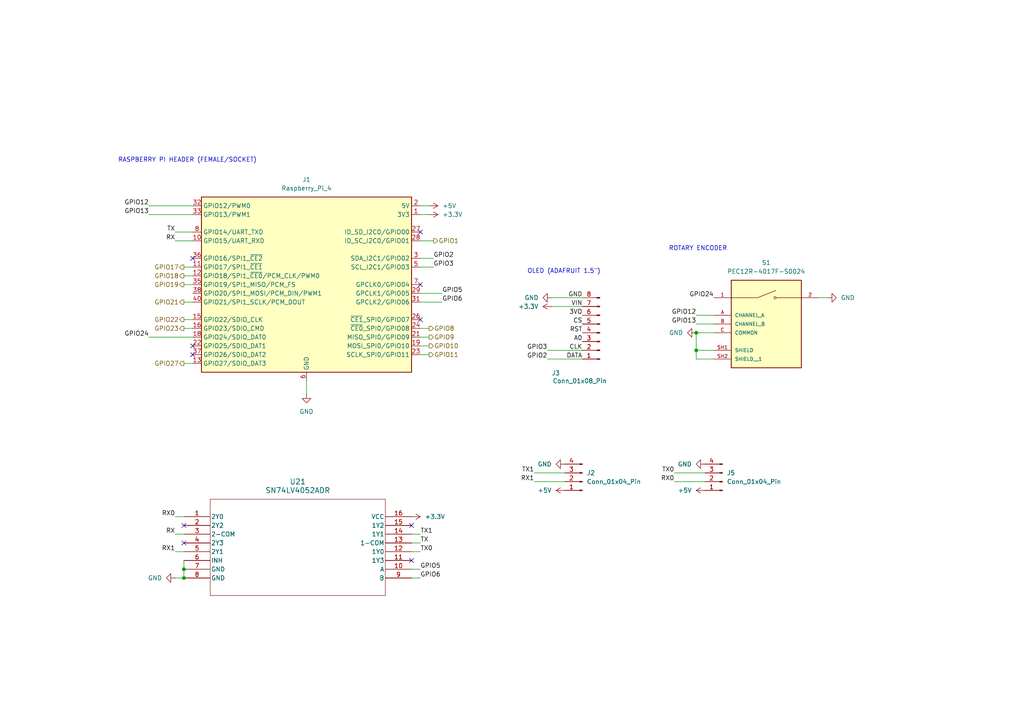
<source format=kicad_sch>
(kicad_sch (version 20250114) (generator "eeschema") (generator_version "9.0")
  (paper "A4")
  (lib_symbols
    (symbol "Connector:Conn_01x04_Pin" (pin_names (offset 1.016) (hide yes))
      (property "Reference" "J" (at 0 5.08 0))
      (property "Value" "Conn_01x04_Pin" (at 0 -7.62 0))
      (symbol "Conn_01x04_Pin_1_1"
        (rectangle (start 0.8636 2.667) (end 0 2.413) (stroke (width 0.1524)) (fill (type outline)))
        (rectangle (start 0.8636 0.127) (end 0 -0.127) (stroke (width 0.1524)) (fill (type outline)))
        (rectangle (start 0.8636 -2.413) (end 0 -2.667) (stroke (width 0.1524)) (fill (type outline)))
        (rectangle (start 0.8636 -4.953) (end 0 -5.207) (stroke (width 0.1524)) (fill (type outline)))
        (polyline (pts (xy 1.27 2.54) (xy 0.8636 2.54)) (stroke (width 0.1524)))
        (polyline (pts (xy 1.27 0) (xy 0.8636 0)) (stroke (width 0.1524)))
        (polyline (pts (xy 1.27 -2.54) (xy 0.8636 -2.54)) (stroke (width 0.1524)))
        (polyline (pts (xy 1.27 -5.08) (xy 0.8636 -5.08)) (stroke (width 0.1524)))
        (pin passive line (at 5.08 2.54 180) (length 3.81) (name "Pin_1") (number "1"))
        (pin passive line (at 5.08 0 180) (length 3.81) (name "Pin_2") (number "2"))
        (pin passive line (at 5.08 -2.54 180) (length 3.81) (name "Pin_3") (number "3"))
        (pin passive line (at 5.08 -5.08 180) (length 3.81) (name "Pin_4") (number "4"))
      )
    )
    (symbol "Connector:Conn_01x08_Pin" (pin_names (offset 1.016) (hide yes))
      (property "Reference" "J" (at 0 10.16 0))
      (property "Value" "Conn_01x08_Pin" (at 0 -12.7 0))
      (symbol "Conn_01x08_Pin_1_1"
        (rectangle (start 0.8636 7.747) (end 0 7.493) (stroke (width 0.1524)) (fill (type outline)))
        (rectangle (start 0.8636 5.207) (end 0 4.953) (stroke (width 0.1524)) (fill (type outline)))
        (rectangle (start 0.8636 2.667) (end 0 2.413) (stroke (width 0.1524)) (fill (type outline)))
        (rectangle (start 0.8636 0.127) (end 0 -0.127) (stroke (width 0.1524)) (fill (type outline)))
        (rectangle (start 0.8636 -2.413) (end 0 -2.667) (stroke (width 0.1524)) (fill (type outline)))
        (rectangle (start 0.8636 -4.953) (end 0 -5.207) (stroke (width 0.1524)) (fill (type outline)))
        (rectangle (start 0.8636 -7.493) (end 0 -7.747) (stroke (width 0.1524)) (fill (type outline)))
        (rectangle (start 0.8636 -10.033) (end 0 -10.287) (stroke (width 0.1524)) (fill (type outline)))
        (polyline (pts (xy 1.27 7.62) (xy 0.8636 7.62)) (stroke (width 0.1524)))
        (polyline (pts (xy 1.27 5.08) (xy 0.8636 5.08)) (stroke (width 0.1524)))
        (polyline (pts (xy 1.27 2.54) (xy 0.8636 2.54)) (stroke (width 0.1524)))
        (polyline (pts (xy 1.27 0) (xy 0.8636 0)) (stroke (width 0.1524)))
        (polyline (pts (xy 1.27 -2.54) (xy 0.8636 -2.54)) (stroke (width 0.1524)))
        (polyline (pts (xy 1.27 -5.08) (xy 0.8636 -5.08)) (stroke (width 0.1524)))
        (polyline (pts (xy 1.27 -7.62) (xy 0.8636 -7.62)) (stroke (width 0.1524)))
        (polyline (pts (xy 1.27 -10.16) (xy 0.8636 -10.16)) (stroke (width 0.1524)))
        (pin passive line (at 5.08 7.62 180) (length 3.81) (name "Pin_1") (number "1"))
        (pin passive line (at 5.08 5.08 180) (length 3.81) (name "Pin_2") (number "2"))
        (pin passive line (at 5.08 2.54 180) (length 3.81) (name "Pin_3") (number "3"))
        (pin passive line (at 5.08 0 180) (length 3.81) (name "Pin_4") (number "4"))
        (pin passive line (at 5.08 -2.54 180) (length 3.81) (name "Pin_5") (number "5"))
        (pin passive line (at 5.08 -5.08 180) (length 3.81) (name "Pin_6") (number "6"))
        (pin passive line (at 5.08 -7.62 180) (length 3.81) (name "Pin_7") (number "7"))
        (pin passive line (at 5.08 -10.16 180) (length 3.81) (name "Pin_8") (number "8"))
      )
    )
    (symbol "Connector:Raspberry_Pi_4"
      (property "Reference" "J" (at -17.526 48.768 0))
      (property "Value" "Raspberry_Pi_4" (at 15.748 -26.416 0))
      (symbol "Raspberry_Pi_4_0_1"
        (rectangle (start -30.48 25.4) (end 30.48 -25.4) (stroke (width 0.254)) (fill (type background)))
      )
      (symbol "Raspberry_Pi_4_1_1"
        (pin bidirectional line (at -33.02 22.86 0) (length 2.54) (name "GPIO12/PWM0") (number "32"))
        (pin bidirectional line (at -33.02 20.32 0) (length 2.54) (name "GPIO13/PWM1") (number "33"))
        (pin bidirectional line (at -33.02 15.24 0) (length 2.54) (name "GPIO14/UART_TXD") (number "8"))
        (pin bidirectional line (at -33.02 12.7 0) (length 2.54) (name "GPIO15/UART_RXD") (number "10"))
        (pin bidirectional line (at -33.02 7.62 0) (length 2.54) (name "GPIO16/SPI1_~{CE2}") (number "36"))
        (pin bidirectional line (at -33.02 5.08 0) (length 2.54) (name "GPIO17/SPI1_~{CE1}") (number "11"))
        (pin bidirectional line (at -33.02 2.54 0) (length 2.54) (name "GPIO18/SPI1_~{CE0}/PCM_CLK/PWM0") (number "12"))
        (pin bidirectional line (at -33.02 0 0) (length 2.54) (name "GPIO19/SPI1_MISO/PCM_FS") (number "35"))
        (pin bidirectional line (at -33.02 -2.54 0) (length 2.54) (name "GPIO20/SPI1_MOSI/PCM_DIN/PWM1") (number "38"))
        (pin bidirectional line (at -33.02 -5.08 0) (length 2.54) (name "GPIO21/SPI1_SCLK/PCM_DOUT") (number "40"))
        (pin bidirectional line (at -33.02 -10.16 0) (length 2.54) (name "GPIO22/SDIO_CLK") (number "15"))
        (pin bidirectional line (at -33.02 -12.7 0) (length 2.54) (name "GPIO23/SDIO_CMD") (number "16"))
        (pin bidirectional line (at -33.02 -15.24 0) (length 2.54) (name "GPIO24/SDIO_DAT0") (number "18"))
        (pin bidirectional line (at -33.02 -17.78 0) (length 2.54) (name "GPIO25/SDIO_DAT1") (number "22"))
        (pin bidirectional line (at -33.02 -20.32 0) (length 2.54) (name "GPIO26/SDIO_DAT2") (number "37"))
        (pin bidirectional line (at -33.02 -22.86 0) (length 2.54) (name "GPIO27/SDIO_DAT3") (number "13"))
        (pin passive line (at 0 -27.94 90) (length 2.54) (hide yes) (name "GND") (number "14"))
        (pin passive line (at 0 -27.94 90) (length 2.54) (hide yes) (name "GND") (number "20"))
        (pin passive line (at 0 -27.94 90) (length 2.54) (hide yes) (name "GND") (number "25"))
        (pin passive line (at 0 -27.94 90) (length 2.54) (hide yes) (name "GND") (number "30"))
        (pin passive line (at 0 -27.94 90) (length 2.54) (hide yes) (name "GND") (number "34"))
        (pin passive line (at 0 -27.94 90) (length 2.54) (hide yes) (name "GND") (number "39"))
        (pin power_out line (at 0 -27.94 90) (length 2.54) (name "GND") (number "6"))
        (pin passive line (at 0 -27.94 90) (length 2.54) (hide yes) (name "GND") (number "9"))
        (pin power_out line (at 33.02 22.86 180) (length 2.54) (name "5V") (number "2"))
        (pin passive line (at 33.02 22.86 180) (length 2.54) (hide yes) (name "5V") (number "4"))
        (pin power_out line (at 33.02 20.32 180) (length 2.54) (name "3V3") (number "1"))
        (pin passive line (at 33.02 20.32 180) (length 2.54) (hide yes) (name "3V3") (number "17"))
        (pin bidirectional line (at 33.02 15.24 180) (length 2.54) (name "ID_SD_I2C0/GPIO00") (number "27"))
        (pin bidirectional line (at 33.02 12.7 180) (length 2.54) (name "ID_SC_I2C0/GPIO01") (number "28"))
        (pin bidirectional line (at 33.02 7.62 180) (length 2.54) (name "SDA_I2C1/GPIO02") (number "3"))
        (pin bidirectional line (at 33.02 5.08 180) (length 2.54) (name "SCL_I2C1/GPIO03") (number "5"))
        (pin bidirectional line (at 33.02 0 180) (length 2.54) (name "GPCLK0/GPIO04") (number "7"))
        (pin bidirectional line (at 33.02 -2.54 180) (length 2.54) (name "GPCLK1/GPIO05") (number "29"))
        (pin bidirectional line (at 33.02 -5.08 180) (length 2.54) (name "GPCLK2/GPIO06") (number "31"))
        (pin bidirectional line (at 33.02 -10.16 180) (length 2.54) (name "~{CE1}_SPI0/GPIO07") (number "26"))
        (pin bidirectional line (at 33.02 -12.7 180) (length 2.54) (name "~{CE0}_SPI0/GPIO08") (number "24"))
        (pin bidirectional line (at 33.02 -15.24 180) (length 2.54) (name "MISO_SPI0/GPIO09") (number "21"))
        (pin bidirectional line (at 33.02 -17.78 180) (length 2.54) (name "MOSI_SPI0/GPIO10") (number "19"))
        (pin bidirectional line (at 33.02 -20.32 180) (length 2.54) (name "SCLK_SPI0/GPIO11") (number "23"))
      )
    )
    (symbol "PEC12R-4017F-S0024:PEC12R-4017F-S0024" (pin_names (offset 1.016))
      (property "Reference" "S" (at -10.16 10.795 0))
      (property "Value" "PEC12R-4017F-S0024" (at -10.16 -17.78 0))
      (symbol "PEC12R-4017F-S0024_0_0"
        (rectangle (start -10.16 -15.24) (end 10.16 10.16) (stroke (width 0.254)) (fill (type background)))
        (polyline (pts (xy -2.54 5.08) (xy -10.16 5.08)) (stroke (width 0.1524)))
        (polyline (pts (xy -2.54 5.08) (xy 2.794 7.2136)) (stroke (width 0.1524)))
        (circle (center 2.54 5.08) (radius 0.3302) (stroke (width 0.1524)))
        (polyline (pts (xy 10.16 5.08) (xy 2.921 5.08)) (stroke (width 0.1524)))
        (pin passive line (at -15.24 5.08 0) (length 5.08) (name "~") (number "1"))
        (pin passive line (at -15.24 0 0) (length 5.08) (name "CHANNEL_A") (number "A"))
        (pin passive line (at -15.24 -2.54 0) (length 5.08) (name "CHANNEL_B") (number "B"))
        (pin passive line (at -15.24 -5.08 0) (length 5.08) (name "COMMON") (number "C"))
        (pin passive line (at -15.24 -10.16 0) (length 5.08) (name "SHIELD") (number "SH1"))
        (pin passive line (at -15.24 -12.7 0) (length 5.08) (name "SHIELD__1") (number "SH2"))
        (pin passive line (at 15.24 5.08 180) (length 5.08) (name "~") (number "2"))
      )
    )
    (symbol "SN74LV4052ADR:SN74LV4052ADR" (pin_names (offset 0.254))
      (property "Reference" "U" (at 33.02 10.16 0))
      (property "Value" "SN74LV4052ADR" (at 33.02 7.62 0))
      (symbol "SN74LV4052ADR_0_1"
        (polyline (pts (xy 7.62 5.08) (xy 7.62 -22.86)) (stroke (width 0.127)))
        (polyline (pts (xy 7.62 -22.86) (xy 58.42 -22.86)) (stroke (width 0.127)))
        (polyline (pts (xy 58.42 5.08) (xy 7.62 5.08)) (stroke (width 0.127)))
        (polyline (pts (xy 58.42 -22.86) (xy 58.42 5.08)) (stroke (width 0.127)))
        (pin output line (at 0 0 0) (length 7.62) (name "2Y0") (number "1"))
        (pin output line (at 0 -2.54 0) (length 7.62) (name "2Y2") (number "2"))
        (pin input line (at 0 -5.08 0) (length 7.62) (name "2-COM") (number "3"))
        (pin output line (at 0 -7.62 0) (length 7.62) (name "2Y3") (number "4"))
        (pin output line (at 0 -10.16 0) (length 7.62) (name "2Y1") (number "5"))
        (pin input line (at 0 -12.7 0) (length 7.62) (name "INH") (number "6"))
        (pin power_in line (at 0 -15.24 0) (length 7.62) (name "GND") (number "7"))
        (pin power_in line (at 0 -17.78 0) (length 7.62) (name "GND") (number "8"))
        (pin power_in line (at 66.04 0 180) (length 7.62) (name "VCC") (number "16"))
        (pin output line (at 66.04 -2.54 180) (length 7.62) (name "1Y2") (number "15"))
        (pin output line (at 66.04 -5.08 180) (length 7.62) (name "1Y1") (number "14"))
        (pin input line (at 66.04 -7.62 180) (length 7.62) (name "1-COM") (number "13"))
        (pin output line (at 66.04 -10.16 180) (length 7.62) (name "1Y0") (number "12"))
        (pin output line (at 66.04 -12.7 180) (length 7.62) (name "1Y3") (number "11"))
        (pin input line (at 66.04 -15.24 180) (length 7.62) (name "A") (number "10"))
        (pin input line (at 66.04 -17.78 180) (length 7.62) (name "B") (number "9"))
      )
    )
    (symbol "power:+3.3V" (power) (pin_numbers (hide yes)) (pin_names (offset 0) (hide yes))
      (property "Value" "+3.3V" (at 0 3.556 0))
      (symbol "+3.3V_0_1"
        (polyline (pts (xy -0.762 1.27) (xy 0 2.54)))
        (polyline (pts (xy 0 2.54) (xy 0.762 1.27)))
        (polyline (pts (xy 0 0) (xy 0 2.54)))
      )
      (symbol "+3.3V_1_1"
        (pin power_in line (at 0 0 90) (length 0) (name "~") (number "1"))
      )
    )
    (symbol "power:+5V" (power) (pin_numbers (hide yes)) (pin_names (offset 0) (hide yes))
      (property "Value" "+5V" (at 0 3.556 0))
      (symbol "+5V_0_1"
        (polyline (pts (xy -0.762 1.27) (xy 0 2.54)))
        (polyline (pts (xy 0 2.54) (xy 0.762 1.27)))
        (polyline (pts (xy 0 0) (xy 0 2.54)))
      )
      (symbol "+5V_1_1"
        (pin power_in line (at 0 0 90) (length 0) (name "~") (number "1"))
      )
    )
    (symbol "power:GND" (power) (pin_numbers (hide yes)) (pin_names (offset 0) (hide yes))
      (property "Value" "GND" (at 0 -3.81 0))
      (symbol "GND_0_1"
        (polyline (pts (xy 0 0) (xy 0 -1.27) (xy 1.27 -1.27) (xy 0 -2.54) (xy -1.27 -1.27) (xy 0 -1.27)))
      )
      (symbol "GND_1_1"
        (pin power_in line (at 0 0 270) (length 0) (name "~") (number "1"))
      )
    )
  )
  (text "RASPBERRY PI HEADER (FEMALE/SOCKET)" (at 54.356 46.482 0) (effects (font (size 1.27 1.27))))
  (text "ROTARY ENCODER\n" (at 202.438 72.136 0) (effects (font (size 1.27 1.27))))
  (text "OLED (ADAFRUIT 1.5\")" (at 163.576 78.74 0) (effects (font (size 1.27 1.27))))
  (junction (at 201.93 101.6))
  (junction (at 53.34 165.1))
  (junction (at 53.34 167.64))
  (junction (at 201.93 96.52))
  (no_connect (at 119.38 162.56))
  (no_connect (at 119.38 152.4))
  (no_connect (at 55.88 102.87))
  (no_connect (at 121.92 92.71))
  (no_connect (at 121.92 67.31))
  (no_connect (at 55.88 100.33))
  (no_connect (at 55.88 74.93))
  (no_connect (at 121.92 82.55))
  (no_connect (at 53.34 157.48))
  (no_connect (at 53.34 152.4))
  (wire (pts (xy 121.92 59.69) (xy 124.46 59.69)))
  (wire (pts (xy 121.92 102.87) (xy 124.46 102.87)))
  (wire (pts (xy 195.58 137.16) (xy 204.47 137.16)))
  (wire (pts (xy 121.92 87.63) (xy 128.27 87.63)))
  (wire (pts (xy 119.38 157.48) (xy 121.92 157.48)))
  (wire (pts (xy 50.8 69.85) (xy 55.88 69.85)))
  (wire (pts (xy 121.92 69.85) (xy 125.73 69.85)))
  (wire (pts (xy 50.8 67.31) (xy 55.88 67.31)))
  (wire (pts (xy 53.34 80.01) (xy 55.88 80.01)))
  (wire (pts (xy 158.75 104.14) (xy 168.91 104.14)))
  (wire (pts (xy 160.02 88.9) (xy 168.91 88.9)))
  (wire (pts (xy 50.8 154.94) (xy 53.34 154.94)))
  (wire (pts (xy 201.93 104.14) (xy 201.93 101.6)))
  (wire (pts (xy 154.94 137.16) (xy 163.83 137.16)))
  (wire (pts (xy 121.92 167.64) (xy 119.38 167.64)))
  (wire (pts (xy 201.93 93.98) (xy 207.01 93.98)))
  (wire (pts (xy 121.92 95.25) (xy 124.46 95.25)))
  (wire (pts (xy 50.8 149.86) (xy 53.34 149.86)))
  (wire (pts (xy 50.8 160.02) (xy 53.34 160.02)))
  (wire (pts (xy 53.34 77.47) (xy 55.88 77.47)))
  (wire (pts (xy 121.92 100.33) (xy 124.46 100.33)))
  (wire (pts (xy 53.34 165.1) (xy 53.34 167.64)))
  (wire (pts (xy 121.92 62.23) (xy 124.46 62.23)))
  (wire (pts (xy 195.58 139.7) (xy 204.47 139.7)))
  (wire (pts (xy 119.38 160.02) (xy 121.92 160.02)))
  (wire (pts (xy 53.34 162.56) (xy 53.34 165.1)))
  (wire (pts (xy 119.38 154.94) (xy 121.92 154.94)))
  (wire (pts (xy 207.01 101.6) (xy 201.93 101.6)))
  (wire (pts (xy 158.75 101.6) (xy 168.91 101.6)))
  (wire (pts (xy 201.93 91.44) (xy 207.01 91.44)))
  (wire (pts (xy 121.92 85.09) (xy 128.27 85.09)))
  (wire (pts (xy 240.03 86.36) (xy 237.49 86.36)))
  (wire (pts (xy 53.34 82.55) (xy 55.88 82.55)))
  (wire (pts (xy 154.94 139.7) (xy 163.83 139.7)))
  (wire (pts (xy 53.34 95.25) (xy 55.88 95.25)))
  (wire (pts (xy 53.34 92.71) (xy 55.88 92.71)))
  (wire (pts (xy 121.92 165.1) (xy 119.38 165.1)))
  (wire (pts (xy 43.18 97.79) (xy 55.88 97.79)))
  (wire (pts (xy 121.92 74.93) (xy 125.73 74.93)))
  (wire (pts (xy 53.34 167.64) (xy 50.8 167.64)))
  (wire (pts (xy 43.18 59.69) (xy 55.88 59.69)))
  (wire (pts (xy 160.02 86.36) (xy 168.91 86.36)))
  (wire (pts (xy 121.92 97.79) (xy 124.46 97.79)))
  (wire (pts (xy 201.93 101.6) (xy 201.93 96.52)))
  (wire (pts (xy 53.34 105.41) (xy 55.88 105.41)))
  (wire (pts (xy 207.01 104.14) (xy 201.93 104.14)))
  (wire (pts (xy 201.93 96.52) (xy 207.01 96.52)))
  (wire (pts (xy 53.34 87.63) (xy 55.88 87.63)))
  (wire (pts (xy 43.18 62.23) (xy 55.88 62.23)))
  (wire (pts (xy 88.9 110.49) (xy 88.9 114.3)))
  (wire (pts (xy 121.92 77.47) (xy 125.73 77.47)))
  (label "TX1" (at 154.94 137.16 180))
  (label "RX1" (at 154.94 139.7 180))
  (label "TX0" (at 195.58 137.16 180))
  (label "GPIO5" (at 128.27 85.09 0))
  (label "A0" (at 168.91 99.06 180))
  (label "TX" (at 50.8 67.31 180))
  (label "3VO" (at 168.91 91.44 180))
  (label "GPIO2" (at 158.75 104.14 180))
  (label "GND" (at 168.91 86.36 180))
  (label "GPIO13" (at 201.93 93.98 180))
  (label "RST" (at 168.91 96.52 180))
  (label "GPIO3" (at 158.75 101.6 180))
  (label "RX" (at 50.8 69.85 180))
  (label "GPIO24" (at 207.01 86.36 180))
  (label "RX0" (at 50.8 149.86 180))
  (label "VIN" (at 168.91 88.9 180))
  (label "CS" (at 168.91 93.98 180))
  (label "TX0" (at 121.92 160.02 0))
  (label "TX" (at 121.92 157.48 0))
  (label "DATA" (at 168.91 104.14 180))
  (label "TX1" (at 121.92 154.94 0))
  (label "GPIO5" (at 121.92 165.1 0))
  (label "GPIO6" (at 121.92 167.64 0))
  (label "GPIO24" (at 43.18 97.79 180))
  (label "CLK" (at 168.91 101.6 180))
  (label "GPIO2" (at 125.73 74.93 0))
  (label "RX" (at 50.8 154.94 180))
  (label "GPIO6" (at 128.27 87.63 0))
  (label "GPIO12" (at 201.93 91.44 180))
  (label "RX1" (at 50.8 160.02 180))
  (label "RX0" (at 195.58 139.7 180))
  (label "GPIO12" (at 43.18 59.69 180))
  (label "GPIO3" (at 125.73 77.47 0))
  (label "GPIO13" (at 43.18 62.23 180))
  (hierarchical_label "GPIO11" (shape output) (at 124.46 102.87 0))
  (hierarchical_label "GPIO18" (shape output) (at 53.34 80.01 180))
  (hierarchical_label "GPIO19" (shape output) (at 53.34 82.55 180))
  (hierarchical_label "GPIO27" (shape output) (at 53.34 105.41 180))
  (hierarchical_label "GPIO8" (shape output) (at 124.46 95.25 0))
  (hierarchical_label "GPIO21" (shape output) (at 53.34 87.63 180))
  (hierarchical_label "GPIO10" (shape output) (at 124.46 100.33 0))
  (hierarchical_label "GPIO17" (shape output) (at 53.34 77.47 180))
  (hierarchical_label "GPIO23" (shape output) (at 53.34 95.25 180))
  (hierarchical_label "GPIO9" (shape output) (at 124.46 97.79 0))
  (hierarchical_label "GPIO22" (shape output) (at 53.34 92.71 180))
  (hierarchical_label "GPIO1" (shape output) (at 125.73 69.85 0))
  (symbol (lib_id "Connector:Conn_01x08_Pin") (at 173.99 96.52 180) (unit 1)
    (property "Reference" "J3" (at 160.02 108.204 0) (effects (justify right)))
    (property "Value" "Conn_01x08_Pin" (at 160.274 110.49 0) (effects (justify right)))
    (property "Footprint" "Connector_PinHeader_2.54mm:PinHeader_1x08_P2.54mm_Vertical" (effects (hide yes)))
    (property "Description" "Generic connector, single row, 01x08, script generated" (effects (hide yes)))
  )
  (symbol (lib_id "power:GND") (at 160.02 86.36 270) (unit 1)
    (property "Reference" "#PWR038" (effects (hide yes)))
    (property "Value" "GND" (at 156.21 86.3599 90) (effects (justify right)))
    (property "Description" "Power symbol creates a global label with name \"GND\" , ground" (effects (hide yes)))
  )
  (symbol (lib_id "power:GND") (at 163.83 134.62 270) (unit 1)
    (property "Reference" "#PWR050" (effects (hide yes)))
    (property "Value" "GND" (at 160.02 134.6199 90) (effects (justify right)))
    (property "Description" "Power symbol creates a global label with name \"GND\" , ground" (effects (hide yes)))
  )
  (symbol (lib_id "power:GND") (at 88.9 114.3 0) (unit 1)
    (property "Reference" "#PWR024" (effects (hide yes)))
    (property "Value" "GND" (at 88.9 119.38 0))
    (property "Description" "Power symbol creates a global label with name \"GND\" , ground" (effects (hide yes)))
  )
  (symbol (lib_id "power:GND") (at 201.93 96.52 270) (unit 1)
    (property "Reference" "#PWR036" (effects (hide yes)))
    (property "Value" "GND" (at 198.12 96.5199 90) (effects (justify right)))
    (property "Description" "Power symbol creates a global label with name \"GND\" , ground" (effects (hide yes)))
  )
  (symbol (lib_id "power:GND") (at 204.47 134.62 270) (unit 1)
    (property "Reference" "#PWR062" (effects (hide yes)))
    (property "Value" "GND" (at 200.66 134.6199 90) (effects (justify right)))
    (property "Description" "Power symbol creates a global label with name \"GND\" , ground" (effects (hide yes)))
  )
  (symbol (lib_id "power:+5V") (at 124.46 59.69 270) (unit 1)
    (property "Reference" "#PWR035" (effects (hide yes)))
    (property "Value" "+5V" (at 128.27 59.6899 90) (effects (justify left)))
    (property "Description" "Power symbol creates a global label with name \"+5V\"" (effects (hide yes)))
  )
  (symbol (lib_id "Connector:Conn_01x04_Pin") (at 209.55 139.7 180) (unit 1)
    (property "Reference" "J5" (at 210.82 137.1599 0) (effects (justify right)))
    (property "Value" "Conn_01x04_Pin" (at 210.82 139.6999 0) (effects (justify right)))
    (property "Footprint" "Connector_PinHeader_2.54mm:PinHeader_1x04_P2.54mm_Horizontal" (effects (hide yes)))
    (property "Description" "Generic connector, single row, 01x04, script generated" (effects (hide yes)))
  )
  (symbol (lib_id "power:+3.3V") (at 119.38 149.86 270) (unit 1)
    (property "Reference" "#PWR048" (effects (hide yes)))
    (property "Value" "+3.3V" (at 123.19 149.8599 90) (effects (justify left)))
    (property "Description" "Power symbol creates a global label with name \"+3.3V\"" (effects (hide yes)))
  )
  (symbol (lib_id "Connector:Conn_01x04_Pin") (at 168.91 139.7 180) (unit 1)
    (property "Reference" "J2" (at 170.18 137.1599 0) (effects (justify right)))
    (property "Value" "Conn_01x04_Pin" (at 170.18 139.6999 0) (effects (justify right)))
    (property "Footprint" "Connector_PinHeader_2.54mm:PinHeader_1x04_P2.54mm_Horizontal" (effects (hide yes)))
    (property "Description" "Generic connector, single row, 01x04, script generated" (effects (hide yes)))
  )
  (symbol (lib_id "power:GND") (at 50.8 167.64 270) (unit 1)
    (property "Reference" "#PWR049" (effects (hide yes)))
    (property "Value" "GND" (at 46.99 167.6399 90) (effects (justify right)))
    (property "Description" "Power symbol creates a global label with name \"GND\" , ground" (effects (hide yes)))
  )
  (symbol (lib_id "power:+3.3V") (at 160.02 88.9 90) (unit 1)
    (property "Reference" "#PWR039" (effects (hide yes)))
    (property "Value" "+3.3V" (at 156.21 88.8999 90) (effects (justify left)))
    (property "Description" "Power symbol creates a global label with name \"+3.3V\"" (effects (hide yes)))
  )
  (symbol (lib_id "power:+5V") (at 204.47 142.24 90) (unit 1)
    (property "Reference" "#PWR064" (effects (hide yes)))
    (property "Value" "+5V" (at 200.66 142.2399 90) (effects (justify left)))
    (property "Description" "Power symbol creates a global label with name \"+5V\"" (effects (hide yes)))
  )
  (symbol (lib_id "power:GND") (at 240.03 86.36 90) (unit 1)
    (property "Reference" "#PWR037" (effects (hide yes)))
    (property "Value" "GND" (at 243.84 86.3599 90) (effects (justify right)))
    (property "Description" "Power symbol creates a global label with name \"GND\" , ground" (effects (hide yes)))
  )
  (symbol (lib_id "SN74LV4052ADR:SN74LV4052ADR") (at 53.34 149.86 0) (unit 1)
    (property "Reference" "U21" (at 86.36 139.7 0) (effects (font (size 1.524 1.524))))
    (property "Value" "SN74LV4052ADR" (at 86.36 142.24 0) (effects (font (size 1.524 1.524))))
    (property "Footprint" "SN74LV4052ADR:D16" (effects (hide yes)))
    (property "Datasheet" "https://www.ti.com/lit/gpn/sn74lv4052a" (effects (hide yes)))
  )
  (symbol (lib_id "power:+3.3V") (at 124.46 62.23 270) (unit 1)
    (property "Reference" "#PWR030" (effects (hide yes)))
    (property "Value" "+3.3V" (at 128.27 62.2299 90) (effects (justify left)))
    (property "Description" "Power symbol creates a global label with name \"+3.3V\"" (effects (hide yes)))
  )
  (symbol (lib_id "Connector:Raspberry_Pi_4") (at 88.9 82.55 0) (unit 1)
    (property "Reference" "J1" (at 88.9 52.07 0))
    (property "Value" "Raspberry_Pi_4" (at 88.9 54.61 0))
    (property "Footprint" "Connector_PinSocket_2.54mm:PinSocket_2x20_P2.54mm_Vertical_SMD" (effects (hide yes)))
    (property "Datasheet" "https://datasheets.raspberrypi.com/rpi4/raspberry-pi-4-datasheet.pdf" (effects (hide yes)))
    (property "Description" "Raspberry Pi 4 Model B" (effects (hide yes)))
  )
  (symbol (lib_id "PEC12R-4017F-S0024:PEC12R-4017F-S0024") (at 222.25 91.44 0) (unit 1)
    (property "Reference" "S1" (at 222.25 76.2 0))
    (property "Value" "PEC12R-4017F-S0024" (at 222.25 78.74 0))
    (property "Footprint" "PEC12R-4017F-S0024:XDCR_PEC12R-4017F-S0024" (effects (hide yes)))
    (property "PARTREV" "07/21" (effects (hide yes)))
    (property "MANUFACTURER" "Bourns" (effects (hide yes)))
    (property "MAXIMUM_PACKAGE_HEIGHT" "20.5mm" (effects (hide yes)))
    (property "STANDARD" "Manufacturer recommendations" (effects (hide yes)))
  )
  (symbol (lib_id "power:+5V") (at 163.83 142.24 90) (unit 1)
    (property "Reference" "#PWR063" (effects (hide yes)))
    (property "Value" "+5V" (at 160.02 142.2399 90) (effects (justify left)))
    (property "Description" "Power symbol creates a global label with name \"+5V\"" (effects (hide yes)))
  )
)
</source>
